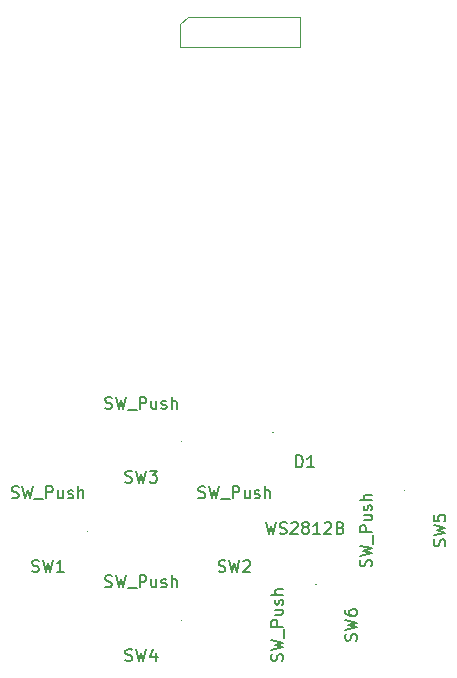
<source format=gbr>
G04 #@! TF.GenerationSoftware,KiCad,Pcbnew,9.0.6*
G04 #@! TF.CreationDate,2025-11-17T18:11:24+05:30*
G04 #@! TF.ProjectId,BloodHound_VENOM,426c6f6f-6448-46f7-956e-645f56454e4f,1*
G04 #@! TF.SameCoordinates,Original*
G04 #@! TF.FileFunction,AssemblyDrawing,Top*
%FSLAX46Y46*%
G04 Gerber Fmt 4.6, Leading zero omitted, Abs format (unit mm)*
G04 Created by KiCad (PCBNEW 9.0.6) date 2025-11-17 18:11:24*
%MOMM*%
%LPD*%
G01*
G04 APERTURE LIST*
%ADD10C,0.150000*%
%ADD11C,0.060000*%
%ADD12C,0.100000*%
G04 APERTURE END LIST*
D10*
X132942381Y-108417200D02*
X133085238Y-108464819D01*
X133085238Y-108464819D02*
X133323333Y-108464819D01*
X133323333Y-108464819D02*
X133418571Y-108417200D01*
X133418571Y-108417200D02*
X133466190Y-108369580D01*
X133466190Y-108369580D02*
X133513809Y-108274342D01*
X133513809Y-108274342D02*
X133513809Y-108179104D01*
X133513809Y-108179104D02*
X133466190Y-108083866D01*
X133466190Y-108083866D02*
X133418571Y-108036247D01*
X133418571Y-108036247D02*
X133323333Y-107988628D01*
X133323333Y-107988628D02*
X133132857Y-107941009D01*
X133132857Y-107941009D02*
X133037619Y-107893390D01*
X133037619Y-107893390D02*
X132990000Y-107845771D01*
X132990000Y-107845771D02*
X132942381Y-107750533D01*
X132942381Y-107750533D02*
X132942381Y-107655295D01*
X132942381Y-107655295D02*
X132990000Y-107560057D01*
X132990000Y-107560057D02*
X133037619Y-107512438D01*
X133037619Y-107512438D02*
X133132857Y-107464819D01*
X133132857Y-107464819D02*
X133370952Y-107464819D01*
X133370952Y-107464819D02*
X133513809Y-107512438D01*
X133847143Y-107464819D02*
X134085238Y-108464819D01*
X134085238Y-108464819D02*
X134275714Y-107750533D01*
X134275714Y-107750533D02*
X134466190Y-108464819D01*
X134466190Y-108464819D02*
X134704286Y-107464819D01*
X134847143Y-108560057D02*
X135609047Y-108560057D01*
X135847143Y-108464819D02*
X135847143Y-107464819D01*
X135847143Y-107464819D02*
X136228095Y-107464819D01*
X136228095Y-107464819D02*
X136323333Y-107512438D01*
X136323333Y-107512438D02*
X136370952Y-107560057D01*
X136370952Y-107560057D02*
X136418571Y-107655295D01*
X136418571Y-107655295D02*
X136418571Y-107798152D01*
X136418571Y-107798152D02*
X136370952Y-107893390D01*
X136370952Y-107893390D02*
X136323333Y-107941009D01*
X136323333Y-107941009D02*
X136228095Y-107988628D01*
X136228095Y-107988628D02*
X135847143Y-107988628D01*
X137275714Y-107798152D02*
X137275714Y-108464819D01*
X136847143Y-107798152D02*
X136847143Y-108321961D01*
X136847143Y-108321961D02*
X136894762Y-108417200D01*
X136894762Y-108417200D02*
X136990000Y-108464819D01*
X136990000Y-108464819D02*
X137132857Y-108464819D01*
X137132857Y-108464819D02*
X137228095Y-108417200D01*
X137228095Y-108417200D02*
X137275714Y-108369580D01*
X137704286Y-108417200D02*
X137799524Y-108464819D01*
X137799524Y-108464819D02*
X137990000Y-108464819D01*
X137990000Y-108464819D02*
X138085238Y-108417200D01*
X138085238Y-108417200D02*
X138132857Y-108321961D01*
X138132857Y-108321961D02*
X138132857Y-108274342D01*
X138132857Y-108274342D02*
X138085238Y-108179104D01*
X138085238Y-108179104D02*
X137990000Y-108131485D01*
X137990000Y-108131485D02*
X137847143Y-108131485D01*
X137847143Y-108131485D02*
X137751905Y-108083866D01*
X137751905Y-108083866D02*
X137704286Y-107988628D01*
X137704286Y-107988628D02*
X137704286Y-107941009D01*
X137704286Y-107941009D02*
X137751905Y-107845771D01*
X137751905Y-107845771D02*
X137847143Y-107798152D01*
X137847143Y-107798152D02*
X137990000Y-107798152D01*
X137990000Y-107798152D02*
X138085238Y-107845771D01*
X138561429Y-108464819D02*
X138561429Y-107464819D01*
X138990000Y-108464819D02*
X138990000Y-107941009D01*
X138990000Y-107941009D02*
X138942381Y-107845771D01*
X138942381Y-107845771D02*
X138847143Y-107798152D01*
X138847143Y-107798152D02*
X138704286Y-107798152D01*
X138704286Y-107798152D02*
X138609048Y-107845771D01*
X138609048Y-107845771D02*
X138561429Y-107893390D01*
X134656667Y-114667200D02*
X134799524Y-114714819D01*
X134799524Y-114714819D02*
X135037619Y-114714819D01*
X135037619Y-114714819D02*
X135132857Y-114667200D01*
X135132857Y-114667200D02*
X135180476Y-114619580D01*
X135180476Y-114619580D02*
X135228095Y-114524342D01*
X135228095Y-114524342D02*
X135228095Y-114429104D01*
X135228095Y-114429104D02*
X135180476Y-114333866D01*
X135180476Y-114333866D02*
X135132857Y-114286247D01*
X135132857Y-114286247D02*
X135037619Y-114238628D01*
X135037619Y-114238628D02*
X134847143Y-114191009D01*
X134847143Y-114191009D02*
X134751905Y-114143390D01*
X134751905Y-114143390D02*
X134704286Y-114095771D01*
X134704286Y-114095771D02*
X134656667Y-114000533D01*
X134656667Y-114000533D02*
X134656667Y-113905295D01*
X134656667Y-113905295D02*
X134704286Y-113810057D01*
X134704286Y-113810057D02*
X134751905Y-113762438D01*
X134751905Y-113762438D02*
X134847143Y-113714819D01*
X134847143Y-113714819D02*
X135085238Y-113714819D01*
X135085238Y-113714819D02*
X135228095Y-113762438D01*
X135561429Y-113714819D02*
X135799524Y-114714819D01*
X135799524Y-114714819D02*
X135990000Y-114000533D01*
X135990000Y-114000533D02*
X136180476Y-114714819D01*
X136180476Y-114714819D02*
X136418572Y-113714819D01*
X137323333Y-114714819D02*
X136751905Y-114714819D01*
X137037619Y-114714819D02*
X137037619Y-113714819D01*
X137037619Y-113714819D02*
X136942381Y-113857676D01*
X136942381Y-113857676D02*
X136847143Y-113952914D01*
X136847143Y-113952914D02*
X136751905Y-114000533D01*
X155857200Y-122247618D02*
X155904819Y-122104761D01*
X155904819Y-122104761D02*
X155904819Y-121866666D01*
X155904819Y-121866666D02*
X155857200Y-121771428D01*
X155857200Y-121771428D02*
X155809580Y-121723809D01*
X155809580Y-121723809D02*
X155714342Y-121676190D01*
X155714342Y-121676190D02*
X155619104Y-121676190D01*
X155619104Y-121676190D02*
X155523866Y-121723809D01*
X155523866Y-121723809D02*
X155476247Y-121771428D01*
X155476247Y-121771428D02*
X155428628Y-121866666D01*
X155428628Y-121866666D02*
X155381009Y-122057142D01*
X155381009Y-122057142D02*
X155333390Y-122152380D01*
X155333390Y-122152380D02*
X155285771Y-122199999D01*
X155285771Y-122199999D02*
X155190533Y-122247618D01*
X155190533Y-122247618D02*
X155095295Y-122247618D01*
X155095295Y-122247618D02*
X155000057Y-122199999D01*
X155000057Y-122199999D02*
X154952438Y-122152380D01*
X154952438Y-122152380D02*
X154904819Y-122057142D01*
X154904819Y-122057142D02*
X154904819Y-121819047D01*
X154904819Y-121819047D02*
X154952438Y-121676190D01*
X154904819Y-121342856D02*
X155904819Y-121104761D01*
X155904819Y-121104761D02*
X155190533Y-120914285D01*
X155190533Y-120914285D02*
X155904819Y-120723809D01*
X155904819Y-120723809D02*
X154904819Y-120485714D01*
X156000057Y-120342857D02*
X156000057Y-119580952D01*
X155904819Y-119342856D02*
X154904819Y-119342856D01*
X154904819Y-119342856D02*
X154904819Y-118961904D01*
X154904819Y-118961904D02*
X154952438Y-118866666D01*
X154952438Y-118866666D02*
X155000057Y-118819047D01*
X155000057Y-118819047D02*
X155095295Y-118771428D01*
X155095295Y-118771428D02*
X155238152Y-118771428D01*
X155238152Y-118771428D02*
X155333390Y-118819047D01*
X155333390Y-118819047D02*
X155381009Y-118866666D01*
X155381009Y-118866666D02*
X155428628Y-118961904D01*
X155428628Y-118961904D02*
X155428628Y-119342856D01*
X155238152Y-117914285D02*
X155904819Y-117914285D01*
X155238152Y-118342856D02*
X155761961Y-118342856D01*
X155761961Y-118342856D02*
X155857200Y-118295237D01*
X155857200Y-118295237D02*
X155904819Y-118199999D01*
X155904819Y-118199999D02*
X155904819Y-118057142D01*
X155904819Y-118057142D02*
X155857200Y-117961904D01*
X155857200Y-117961904D02*
X155809580Y-117914285D01*
X155857200Y-117485713D02*
X155904819Y-117390475D01*
X155904819Y-117390475D02*
X155904819Y-117199999D01*
X155904819Y-117199999D02*
X155857200Y-117104761D01*
X155857200Y-117104761D02*
X155761961Y-117057142D01*
X155761961Y-117057142D02*
X155714342Y-117057142D01*
X155714342Y-117057142D02*
X155619104Y-117104761D01*
X155619104Y-117104761D02*
X155571485Y-117199999D01*
X155571485Y-117199999D02*
X155571485Y-117342856D01*
X155571485Y-117342856D02*
X155523866Y-117438094D01*
X155523866Y-117438094D02*
X155428628Y-117485713D01*
X155428628Y-117485713D02*
X155381009Y-117485713D01*
X155381009Y-117485713D02*
X155285771Y-117438094D01*
X155285771Y-117438094D02*
X155238152Y-117342856D01*
X155238152Y-117342856D02*
X155238152Y-117199999D01*
X155238152Y-117199999D02*
X155285771Y-117104761D01*
X155904819Y-116628570D02*
X154904819Y-116628570D01*
X155904819Y-116199999D02*
X155381009Y-116199999D01*
X155381009Y-116199999D02*
X155285771Y-116247618D01*
X155285771Y-116247618D02*
X155238152Y-116342856D01*
X155238152Y-116342856D02*
X155238152Y-116485713D01*
X155238152Y-116485713D02*
X155285771Y-116580951D01*
X155285771Y-116580951D02*
X155333390Y-116628570D01*
X162107200Y-120533332D02*
X162154819Y-120390475D01*
X162154819Y-120390475D02*
X162154819Y-120152380D01*
X162154819Y-120152380D02*
X162107200Y-120057142D01*
X162107200Y-120057142D02*
X162059580Y-120009523D01*
X162059580Y-120009523D02*
X161964342Y-119961904D01*
X161964342Y-119961904D02*
X161869104Y-119961904D01*
X161869104Y-119961904D02*
X161773866Y-120009523D01*
X161773866Y-120009523D02*
X161726247Y-120057142D01*
X161726247Y-120057142D02*
X161678628Y-120152380D01*
X161678628Y-120152380D02*
X161631009Y-120342856D01*
X161631009Y-120342856D02*
X161583390Y-120438094D01*
X161583390Y-120438094D02*
X161535771Y-120485713D01*
X161535771Y-120485713D02*
X161440533Y-120533332D01*
X161440533Y-120533332D02*
X161345295Y-120533332D01*
X161345295Y-120533332D02*
X161250057Y-120485713D01*
X161250057Y-120485713D02*
X161202438Y-120438094D01*
X161202438Y-120438094D02*
X161154819Y-120342856D01*
X161154819Y-120342856D02*
X161154819Y-120104761D01*
X161154819Y-120104761D02*
X161202438Y-119961904D01*
X161154819Y-119628570D02*
X162154819Y-119390475D01*
X162154819Y-119390475D02*
X161440533Y-119199999D01*
X161440533Y-119199999D02*
X162154819Y-119009523D01*
X162154819Y-119009523D02*
X161154819Y-118771428D01*
X161154819Y-117961904D02*
X161154819Y-118152380D01*
X161154819Y-118152380D02*
X161202438Y-118247618D01*
X161202438Y-118247618D02*
X161250057Y-118295237D01*
X161250057Y-118295237D02*
X161392914Y-118390475D01*
X161392914Y-118390475D02*
X161583390Y-118438094D01*
X161583390Y-118438094D02*
X161964342Y-118438094D01*
X161964342Y-118438094D02*
X162059580Y-118390475D01*
X162059580Y-118390475D02*
X162107200Y-118342856D01*
X162107200Y-118342856D02*
X162154819Y-118247618D01*
X162154819Y-118247618D02*
X162154819Y-118057142D01*
X162154819Y-118057142D02*
X162107200Y-117961904D01*
X162107200Y-117961904D02*
X162059580Y-117914285D01*
X162059580Y-117914285D02*
X161964342Y-117866666D01*
X161964342Y-117866666D02*
X161726247Y-117866666D01*
X161726247Y-117866666D02*
X161631009Y-117914285D01*
X161631009Y-117914285D02*
X161583390Y-117961904D01*
X161583390Y-117961904D02*
X161535771Y-118057142D01*
X161535771Y-118057142D02*
X161535771Y-118247618D01*
X161535771Y-118247618D02*
X161583390Y-118342856D01*
X161583390Y-118342856D02*
X161631009Y-118390475D01*
X161631009Y-118390475D02*
X161726247Y-118438094D01*
X163357200Y-114247618D02*
X163404819Y-114104761D01*
X163404819Y-114104761D02*
X163404819Y-113866666D01*
X163404819Y-113866666D02*
X163357200Y-113771428D01*
X163357200Y-113771428D02*
X163309580Y-113723809D01*
X163309580Y-113723809D02*
X163214342Y-113676190D01*
X163214342Y-113676190D02*
X163119104Y-113676190D01*
X163119104Y-113676190D02*
X163023866Y-113723809D01*
X163023866Y-113723809D02*
X162976247Y-113771428D01*
X162976247Y-113771428D02*
X162928628Y-113866666D01*
X162928628Y-113866666D02*
X162881009Y-114057142D01*
X162881009Y-114057142D02*
X162833390Y-114152380D01*
X162833390Y-114152380D02*
X162785771Y-114199999D01*
X162785771Y-114199999D02*
X162690533Y-114247618D01*
X162690533Y-114247618D02*
X162595295Y-114247618D01*
X162595295Y-114247618D02*
X162500057Y-114199999D01*
X162500057Y-114199999D02*
X162452438Y-114152380D01*
X162452438Y-114152380D02*
X162404819Y-114057142D01*
X162404819Y-114057142D02*
X162404819Y-113819047D01*
X162404819Y-113819047D02*
X162452438Y-113676190D01*
X162404819Y-113342856D02*
X163404819Y-113104761D01*
X163404819Y-113104761D02*
X162690533Y-112914285D01*
X162690533Y-112914285D02*
X163404819Y-112723809D01*
X163404819Y-112723809D02*
X162404819Y-112485714D01*
X163500057Y-112342857D02*
X163500057Y-111580952D01*
X163404819Y-111342856D02*
X162404819Y-111342856D01*
X162404819Y-111342856D02*
X162404819Y-110961904D01*
X162404819Y-110961904D02*
X162452438Y-110866666D01*
X162452438Y-110866666D02*
X162500057Y-110819047D01*
X162500057Y-110819047D02*
X162595295Y-110771428D01*
X162595295Y-110771428D02*
X162738152Y-110771428D01*
X162738152Y-110771428D02*
X162833390Y-110819047D01*
X162833390Y-110819047D02*
X162881009Y-110866666D01*
X162881009Y-110866666D02*
X162928628Y-110961904D01*
X162928628Y-110961904D02*
X162928628Y-111342856D01*
X162738152Y-109914285D02*
X163404819Y-109914285D01*
X162738152Y-110342856D02*
X163261961Y-110342856D01*
X163261961Y-110342856D02*
X163357200Y-110295237D01*
X163357200Y-110295237D02*
X163404819Y-110199999D01*
X163404819Y-110199999D02*
X163404819Y-110057142D01*
X163404819Y-110057142D02*
X163357200Y-109961904D01*
X163357200Y-109961904D02*
X163309580Y-109914285D01*
X163357200Y-109485713D02*
X163404819Y-109390475D01*
X163404819Y-109390475D02*
X163404819Y-109199999D01*
X163404819Y-109199999D02*
X163357200Y-109104761D01*
X163357200Y-109104761D02*
X163261961Y-109057142D01*
X163261961Y-109057142D02*
X163214342Y-109057142D01*
X163214342Y-109057142D02*
X163119104Y-109104761D01*
X163119104Y-109104761D02*
X163071485Y-109199999D01*
X163071485Y-109199999D02*
X163071485Y-109342856D01*
X163071485Y-109342856D02*
X163023866Y-109438094D01*
X163023866Y-109438094D02*
X162928628Y-109485713D01*
X162928628Y-109485713D02*
X162881009Y-109485713D01*
X162881009Y-109485713D02*
X162785771Y-109438094D01*
X162785771Y-109438094D02*
X162738152Y-109342856D01*
X162738152Y-109342856D02*
X162738152Y-109199999D01*
X162738152Y-109199999D02*
X162785771Y-109104761D01*
X163404819Y-108628570D02*
X162404819Y-108628570D01*
X163404819Y-108199999D02*
X162881009Y-108199999D01*
X162881009Y-108199999D02*
X162785771Y-108247618D01*
X162785771Y-108247618D02*
X162738152Y-108342856D01*
X162738152Y-108342856D02*
X162738152Y-108485713D01*
X162738152Y-108485713D02*
X162785771Y-108580951D01*
X162785771Y-108580951D02*
X162833390Y-108628570D01*
X169607200Y-112533332D02*
X169654819Y-112390475D01*
X169654819Y-112390475D02*
X169654819Y-112152380D01*
X169654819Y-112152380D02*
X169607200Y-112057142D01*
X169607200Y-112057142D02*
X169559580Y-112009523D01*
X169559580Y-112009523D02*
X169464342Y-111961904D01*
X169464342Y-111961904D02*
X169369104Y-111961904D01*
X169369104Y-111961904D02*
X169273866Y-112009523D01*
X169273866Y-112009523D02*
X169226247Y-112057142D01*
X169226247Y-112057142D02*
X169178628Y-112152380D01*
X169178628Y-112152380D02*
X169131009Y-112342856D01*
X169131009Y-112342856D02*
X169083390Y-112438094D01*
X169083390Y-112438094D02*
X169035771Y-112485713D01*
X169035771Y-112485713D02*
X168940533Y-112533332D01*
X168940533Y-112533332D02*
X168845295Y-112533332D01*
X168845295Y-112533332D02*
X168750057Y-112485713D01*
X168750057Y-112485713D02*
X168702438Y-112438094D01*
X168702438Y-112438094D02*
X168654819Y-112342856D01*
X168654819Y-112342856D02*
X168654819Y-112104761D01*
X168654819Y-112104761D02*
X168702438Y-111961904D01*
X168654819Y-111628570D02*
X169654819Y-111390475D01*
X169654819Y-111390475D02*
X168940533Y-111199999D01*
X168940533Y-111199999D02*
X169654819Y-111009523D01*
X169654819Y-111009523D02*
X168654819Y-110771428D01*
X168654819Y-109914285D02*
X168654819Y-110390475D01*
X168654819Y-110390475D02*
X169131009Y-110438094D01*
X169131009Y-110438094D02*
X169083390Y-110390475D01*
X169083390Y-110390475D02*
X169035771Y-110295237D01*
X169035771Y-110295237D02*
X169035771Y-110057142D01*
X169035771Y-110057142D02*
X169083390Y-109961904D01*
X169083390Y-109961904D02*
X169131009Y-109914285D01*
X169131009Y-109914285D02*
X169226247Y-109866666D01*
X169226247Y-109866666D02*
X169464342Y-109866666D01*
X169464342Y-109866666D02*
X169559580Y-109914285D01*
X169559580Y-109914285D02*
X169607200Y-109961904D01*
X169607200Y-109961904D02*
X169654819Y-110057142D01*
X169654819Y-110057142D02*
X169654819Y-110295237D01*
X169654819Y-110295237D02*
X169607200Y-110390475D01*
X169607200Y-110390475D02*
X169559580Y-110438094D01*
X140852381Y-115957200D02*
X140995238Y-116004819D01*
X140995238Y-116004819D02*
X141233333Y-116004819D01*
X141233333Y-116004819D02*
X141328571Y-115957200D01*
X141328571Y-115957200D02*
X141376190Y-115909580D01*
X141376190Y-115909580D02*
X141423809Y-115814342D01*
X141423809Y-115814342D02*
X141423809Y-115719104D01*
X141423809Y-115719104D02*
X141376190Y-115623866D01*
X141376190Y-115623866D02*
X141328571Y-115576247D01*
X141328571Y-115576247D02*
X141233333Y-115528628D01*
X141233333Y-115528628D02*
X141042857Y-115481009D01*
X141042857Y-115481009D02*
X140947619Y-115433390D01*
X140947619Y-115433390D02*
X140900000Y-115385771D01*
X140900000Y-115385771D02*
X140852381Y-115290533D01*
X140852381Y-115290533D02*
X140852381Y-115195295D01*
X140852381Y-115195295D02*
X140900000Y-115100057D01*
X140900000Y-115100057D02*
X140947619Y-115052438D01*
X140947619Y-115052438D02*
X141042857Y-115004819D01*
X141042857Y-115004819D02*
X141280952Y-115004819D01*
X141280952Y-115004819D02*
X141423809Y-115052438D01*
X141757143Y-115004819D02*
X141995238Y-116004819D01*
X141995238Y-116004819D02*
X142185714Y-115290533D01*
X142185714Y-115290533D02*
X142376190Y-116004819D01*
X142376190Y-116004819D02*
X142614286Y-115004819D01*
X142757143Y-116100057D02*
X143519047Y-116100057D01*
X143757143Y-116004819D02*
X143757143Y-115004819D01*
X143757143Y-115004819D02*
X144138095Y-115004819D01*
X144138095Y-115004819D02*
X144233333Y-115052438D01*
X144233333Y-115052438D02*
X144280952Y-115100057D01*
X144280952Y-115100057D02*
X144328571Y-115195295D01*
X144328571Y-115195295D02*
X144328571Y-115338152D01*
X144328571Y-115338152D02*
X144280952Y-115433390D01*
X144280952Y-115433390D02*
X144233333Y-115481009D01*
X144233333Y-115481009D02*
X144138095Y-115528628D01*
X144138095Y-115528628D02*
X143757143Y-115528628D01*
X145185714Y-115338152D02*
X145185714Y-116004819D01*
X144757143Y-115338152D02*
X144757143Y-115861961D01*
X144757143Y-115861961D02*
X144804762Y-115957200D01*
X144804762Y-115957200D02*
X144900000Y-116004819D01*
X144900000Y-116004819D02*
X145042857Y-116004819D01*
X145042857Y-116004819D02*
X145138095Y-115957200D01*
X145138095Y-115957200D02*
X145185714Y-115909580D01*
X145614286Y-115957200D02*
X145709524Y-116004819D01*
X145709524Y-116004819D02*
X145900000Y-116004819D01*
X145900000Y-116004819D02*
X145995238Y-115957200D01*
X145995238Y-115957200D02*
X146042857Y-115861961D01*
X146042857Y-115861961D02*
X146042857Y-115814342D01*
X146042857Y-115814342D02*
X145995238Y-115719104D01*
X145995238Y-115719104D02*
X145900000Y-115671485D01*
X145900000Y-115671485D02*
X145757143Y-115671485D01*
X145757143Y-115671485D02*
X145661905Y-115623866D01*
X145661905Y-115623866D02*
X145614286Y-115528628D01*
X145614286Y-115528628D02*
X145614286Y-115481009D01*
X145614286Y-115481009D02*
X145661905Y-115385771D01*
X145661905Y-115385771D02*
X145757143Y-115338152D01*
X145757143Y-115338152D02*
X145900000Y-115338152D01*
X145900000Y-115338152D02*
X145995238Y-115385771D01*
X146471429Y-116004819D02*
X146471429Y-115004819D01*
X146900000Y-116004819D02*
X146900000Y-115481009D01*
X146900000Y-115481009D02*
X146852381Y-115385771D01*
X146852381Y-115385771D02*
X146757143Y-115338152D01*
X146757143Y-115338152D02*
X146614286Y-115338152D01*
X146614286Y-115338152D02*
X146519048Y-115385771D01*
X146519048Y-115385771D02*
X146471429Y-115433390D01*
X142566667Y-122207200D02*
X142709524Y-122254819D01*
X142709524Y-122254819D02*
X142947619Y-122254819D01*
X142947619Y-122254819D02*
X143042857Y-122207200D01*
X143042857Y-122207200D02*
X143090476Y-122159580D01*
X143090476Y-122159580D02*
X143138095Y-122064342D01*
X143138095Y-122064342D02*
X143138095Y-121969104D01*
X143138095Y-121969104D02*
X143090476Y-121873866D01*
X143090476Y-121873866D02*
X143042857Y-121826247D01*
X143042857Y-121826247D02*
X142947619Y-121778628D01*
X142947619Y-121778628D02*
X142757143Y-121731009D01*
X142757143Y-121731009D02*
X142661905Y-121683390D01*
X142661905Y-121683390D02*
X142614286Y-121635771D01*
X142614286Y-121635771D02*
X142566667Y-121540533D01*
X142566667Y-121540533D02*
X142566667Y-121445295D01*
X142566667Y-121445295D02*
X142614286Y-121350057D01*
X142614286Y-121350057D02*
X142661905Y-121302438D01*
X142661905Y-121302438D02*
X142757143Y-121254819D01*
X142757143Y-121254819D02*
X142995238Y-121254819D01*
X142995238Y-121254819D02*
X143138095Y-121302438D01*
X143471429Y-121254819D02*
X143709524Y-122254819D01*
X143709524Y-122254819D02*
X143900000Y-121540533D01*
X143900000Y-121540533D02*
X144090476Y-122254819D01*
X144090476Y-122254819D02*
X144328572Y-121254819D01*
X145138095Y-121588152D02*
X145138095Y-122254819D01*
X144900000Y-121207200D02*
X144661905Y-121921485D01*
X144661905Y-121921485D02*
X145280952Y-121921485D01*
X140852381Y-100857200D02*
X140995238Y-100904819D01*
X140995238Y-100904819D02*
X141233333Y-100904819D01*
X141233333Y-100904819D02*
X141328571Y-100857200D01*
X141328571Y-100857200D02*
X141376190Y-100809580D01*
X141376190Y-100809580D02*
X141423809Y-100714342D01*
X141423809Y-100714342D02*
X141423809Y-100619104D01*
X141423809Y-100619104D02*
X141376190Y-100523866D01*
X141376190Y-100523866D02*
X141328571Y-100476247D01*
X141328571Y-100476247D02*
X141233333Y-100428628D01*
X141233333Y-100428628D02*
X141042857Y-100381009D01*
X141042857Y-100381009D02*
X140947619Y-100333390D01*
X140947619Y-100333390D02*
X140900000Y-100285771D01*
X140900000Y-100285771D02*
X140852381Y-100190533D01*
X140852381Y-100190533D02*
X140852381Y-100095295D01*
X140852381Y-100095295D02*
X140900000Y-100000057D01*
X140900000Y-100000057D02*
X140947619Y-99952438D01*
X140947619Y-99952438D02*
X141042857Y-99904819D01*
X141042857Y-99904819D02*
X141280952Y-99904819D01*
X141280952Y-99904819D02*
X141423809Y-99952438D01*
X141757143Y-99904819D02*
X141995238Y-100904819D01*
X141995238Y-100904819D02*
X142185714Y-100190533D01*
X142185714Y-100190533D02*
X142376190Y-100904819D01*
X142376190Y-100904819D02*
X142614286Y-99904819D01*
X142757143Y-101000057D02*
X143519047Y-101000057D01*
X143757143Y-100904819D02*
X143757143Y-99904819D01*
X143757143Y-99904819D02*
X144138095Y-99904819D01*
X144138095Y-99904819D02*
X144233333Y-99952438D01*
X144233333Y-99952438D02*
X144280952Y-100000057D01*
X144280952Y-100000057D02*
X144328571Y-100095295D01*
X144328571Y-100095295D02*
X144328571Y-100238152D01*
X144328571Y-100238152D02*
X144280952Y-100333390D01*
X144280952Y-100333390D02*
X144233333Y-100381009D01*
X144233333Y-100381009D02*
X144138095Y-100428628D01*
X144138095Y-100428628D02*
X143757143Y-100428628D01*
X145185714Y-100238152D02*
X145185714Y-100904819D01*
X144757143Y-100238152D02*
X144757143Y-100761961D01*
X144757143Y-100761961D02*
X144804762Y-100857200D01*
X144804762Y-100857200D02*
X144900000Y-100904819D01*
X144900000Y-100904819D02*
X145042857Y-100904819D01*
X145042857Y-100904819D02*
X145138095Y-100857200D01*
X145138095Y-100857200D02*
X145185714Y-100809580D01*
X145614286Y-100857200D02*
X145709524Y-100904819D01*
X145709524Y-100904819D02*
X145900000Y-100904819D01*
X145900000Y-100904819D02*
X145995238Y-100857200D01*
X145995238Y-100857200D02*
X146042857Y-100761961D01*
X146042857Y-100761961D02*
X146042857Y-100714342D01*
X146042857Y-100714342D02*
X145995238Y-100619104D01*
X145995238Y-100619104D02*
X145900000Y-100571485D01*
X145900000Y-100571485D02*
X145757143Y-100571485D01*
X145757143Y-100571485D02*
X145661905Y-100523866D01*
X145661905Y-100523866D02*
X145614286Y-100428628D01*
X145614286Y-100428628D02*
X145614286Y-100381009D01*
X145614286Y-100381009D02*
X145661905Y-100285771D01*
X145661905Y-100285771D02*
X145757143Y-100238152D01*
X145757143Y-100238152D02*
X145900000Y-100238152D01*
X145900000Y-100238152D02*
X145995238Y-100285771D01*
X146471429Y-100904819D02*
X146471429Y-99904819D01*
X146900000Y-100904819D02*
X146900000Y-100381009D01*
X146900000Y-100381009D02*
X146852381Y-100285771D01*
X146852381Y-100285771D02*
X146757143Y-100238152D01*
X146757143Y-100238152D02*
X146614286Y-100238152D01*
X146614286Y-100238152D02*
X146519048Y-100285771D01*
X146519048Y-100285771D02*
X146471429Y-100333390D01*
X142566667Y-107107200D02*
X142709524Y-107154819D01*
X142709524Y-107154819D02*
X142947619Y-107154819D01*
X142947619Y-107154819D02*
X143042857Y-107107200D01*
X143042857Y-107107200D02*
X143090476Y-107059580D01*
X143090476Y-107059580D02*
X143138095Y-106964342D01*
X143138095Y-106964342D02*
X143138095Y-106869104D01*
X143138095Y-106869104D02*
X143090476Y-106773866D01*
X143090476Y-106773866D02*
X143042857Y-106726247D01*
X143042857Y-106726247D02*
X142947619Y-106678628D01*
X142947619Y-106678628D02*
X142757143Y-106631009D01*
X142757143Y-106631009D02*
X142661905Y-106583390D01*
X142661905Y-106583390D02*
X142614286Y-106535771D01*
X142614286Y-106535771D02*
X142566667Y-106440533D01*
X142566667Y-106440533D02*
X142566667Y-106345295D01*
X142566667Y-106345295D02*
X142614286Y-106250057D01*
X142614286Y-106250057D02*
X142661905Y-106202438D01*
X142661905Y-106202438D02*
X142757143Y-106154819D01*
X142757143Y-106154819D02*
X142995238Y-106154819D01*
X142995238Y-106154819D02*
X143138095Y-106202438D01*
X143471429Y-106154819D02*
X143709524Y-107154819D01*
X143709524Y-107154819D02*
X143900000Y-106440533D01*
X143900000Y-106440533D02*
X144090476Y-107154819D01*
X144090476Y-107154819D02*
X144328572Y-106154819D01*
X144614286Y-106154819D02*
X145233333Y-106154819D01*
X145233333Y-106154819D02*
X144900000Y-106535771D01*
X144900000Y-106535771D02*
X145042857Y-106535771D01*
X145042857Y-106535771D02*
X145138095Y-106583390D01*
X145138095Y-106583390D02*
X145185714Y-106631009D01*
X145185714Y-106631009D02*
X145233333Y-106726247D01*
X145233333Y-106726247D02*
X145233333Y-106964342D01*
X145233333Y-106964342D02*
X145185714Y-107059580D01*
X145185714Y-107059580D02*
X145138095Y-107107200D01*
X145138095Y-107107200D02*
X145042857Y-107154819D01*
X145042857Y-107154819D02*
X144757143Y-107154819D01*
X144757143Y-107154819D02*
X144661905Y-107107200D01*
X144661905Y-107107200D02*
X144614286Y-107059580D01*
X148742381Y-108417200D02*
X148885238Y-108464819D01*
X148885238Y-108464819D02*
X149123333Y-108464819D01*
X149123333Y-108464819D02*
X149218571Y-108417200D01*
X149218571Y-108417200D02*
X149266190Y-108369580D01*
X149266190Y-108369580D02*
X149313809Y-108274342D01*
X149313809Y-108274342D02*
X149313809Y-108179104D01*
X149313809Y-108179104D02*
X149266190Y-108083866D01*
X149266190Y-108083866D02*
X149218571Y-108036247D01*
X149218571Y-108036247D02*
X149123333Y-107988628D01*
X149123333Y-107988628D02*
X148932857Y-107941009D01*
X148932857Y-107941009D02*
X148837619Y-107893390D01*
X148837619Y-107893390D02*
X148790000Y-107845771D01*
X148790000Y-107845771D02*
X148742381Y-107750533D01*
X148742381Y-107750533D02*
X148742381Y-107655295D01*
X148742381Y-107655295D02*
X148790000Y-107560057D01*
X148790000Y-107560057D02*
X148837619Y-107512438D01*
X148837619Y-107512438D02*
X148932857Y-107464819D01*
X148932857Y-107464819D02*
X149170952Y-107464819D01*
X149170952Y-107464819D02*
X149313809Y-107512438D01*
X149647143Y-107464819D02*
X149885238Y-108464819D01*
X149885238Y-108464819D02*
X150075714Y-107750533D01*
X150075714Y-107750533D02*
X150266190Y-108464819D01*
X150266190Y-108464819D02*
X150504286Y-107464819D01*
X150647143Y-108560057D02*
X151409047Y-108560057D01*
X151647143Y-108464819D02*
X151647143Y-107464819D01*
X151647143Y-107464819D02*
X152028095Y-107464819D01*
X152028095Y-107464819D02*
X152123333Y-107512438D01*
X152123333Y-107512438D02*
X152170952Y-107560057D01*
X152170952Y-107560057D02*
X152218571Y-107655295D01*
X152218571Y-107655295D02*
X152218571Y-107798152D01*
X152218571Y-107798152D02*
X152170952Y-107893390D01*
X152170952Y-107893390D02*
X152123333Y-107941009D01*
X152123333Y-107941009D02*
X152028095Y-107988628D01*
X152028095Y-107988628D02*
X151647143Y-107988628D01*
X153075714Y-107798152D02*
X153075714Y-108464819D01*
X152647143Y-107798152D02*
X152647143Y-108321961D01*
X152647143Y-108321961D02*
X152694762Y-108417200D01*
X152694762Y-108417200D02*
X152790000Y-108464819D01*
X152790000Y-108464819D02*
X152932857Y-108464819D01*
X152932857Y-108464819D02*
X153028095Y-108417200D01*
X153028095Y-108417200D02*
X153075714Y-108369580D01*
X153504286Y-108417200D02*
X153599524Y-108464819D01*
X153599524Y-108464819D02*
X153790000Y-108464819D01*
X153790000Y-108464819D02*
X153885238Y-108417200D01*
X153885238Y-108417200D02*
X153932857Y-108321961D01*
X153932857Y-108321961D02*
X153932857Y-108274342D01*
X153932857Y-108274342D02*
X153885238Y-108179104D01*
X153885238Y-108179104D02*
X153790000Y-108131485D01*
X153790000Y-108131485D02*
X153647143Y-108131485D01*
X153647143Y-108131485D02*
X153551905Y-108083866D01*
X153551905Y-108083866D02*
X153504286Y-107988628D01*
X153504286Y-107988628D02*
X153504286Y-107941009D01*
X153504286Y-107941009D02*
X153551905Y-107845771D01*
X153551905Y-107845771D02*
X153647143Y-107798152D01*
X153647143Y-107798152D02*
X153790000Y-107798152D01*
X153790000Y-107798152D02*
X153885238Y-107845771D01*
X154361429Y-108464819D02*
X154361429Y-107464819D01*
X154790000Y-108464819D02*
X154790000Y-107941009D01*
X154790000Y-107941009D02*
X154742381Y-107845771D01*
X154742381Y-107845771D02*
X154647143Y-107798152D01*
X154647143Y-107798152D02*
X154504286Y-107798152D01*
X154504286Y-107798152D02*
X154409048Y-107845771D01*
X154409048Y-107845771D02*
X154361429Y-107893390D01*
X150456667Y-114667200D02*
X150599524Y-114714819D01*
X150599524Y-114714819D02*
X150837619Y-114714819D01*
X150837619Y-114714819D02*
X150932857Y-114667200D01*
X150932857Y-114667200D02*
X150980476Y-114619580D01*
X150980476Y-114619580D02*
X151028095Y-114524342D01*
X151028095Y-114524342D02*
X151028095Y-114429104D01*
X151028095Y-114429104D02*
X150980476Y-114333866D01*
X150980476Y-114333866D02*
X150932857Y-114286247D01*
X150932857Y-114286247D02*
X150837619Y-114238628D01*
X150837619Y-114238628D02*
X150647143Y-114191009D01*
X150647143Y-114191009D02*
X150551905Y-114143390D01*
X150551905Y-114143390D02*
X150504286Y-114095771D01*
X150504286Y-114095771D02*
X150456667Y-114000533D01*
X150456667Y-114000533D02*
X150456667Y-113905295D01*
X150456667Y-113905295D02*
X150504286Y-113810057D01*
X150504286Y-113810057D02*
X150551905Y-113762438D01*
X150551905Y-113762438D02*
X150647143Y-113714819D01*
X150647143Y-113714819D02*
X150885238Y-113714819D01*
X150885238Y-113714819D02*
X151028095Y-113762438D01*
X151361429Y-113714819D02*
X151599524Y-114714819D01*
X151599524Y-114714819D02*
X151790000Y-114000533D01*
X151790000Y-114000533D02*
X151980476Y-114714819D01*
X151980476Y-114714819D02*
X152218572Y-113714819D01*
X152551905Y-113810057D02*
X152599524Y-113762438D01*
X152599524Y-113762438D02*
X152694762Y-113714819D01*
X152694762Y-113714819D02*
X152932857Y-113714819D01*
X152932857Y-113714819D02*
X153028095Y-113762438D01*
X153028095Y-113762438D02*
X153075714Y-113810057D01*
X153075714Y-113810057D02*
X153123333Y-113905295D01*
X153123333Y-113905295D02*
X153123333Y-114000533D01*
X153123333Y-114000533D02*
X153075714Y-114143390D01*
X153075714Y-114143390D02*
X152504286Y-114714819D01*
X152504286Y-114714819D02*
X153123333Y-114714819D01*
X154440476Y-110504819D02*
X154678571Y-111504819D01*
X154678571Y-111504819D02*
X154869047Y-110790533D01*
X154869047Y-110790533D02*
X155059523Y-111504819D01*
X155059523Y-111504819D02*
X155297619Y-110504819D01*
X155630952Y-111457200D02*
X155773809Y-111504819D01*
X155773809Y-111504819D02*
X156011904Y-111504819D01*
X156011904Y-111504819D02*
X156107142Y-111457200D01*
X156107142Y-111457200D02*
X156154761Y-111409580D01*
X156154761Y-111409580D02*
X156202380Y-111314342D01*
X156202380Y-111314342D02*
X156202380Y-111219104D01*
X156202380Y-111219104D02*
X156154761Y-111123866D01*
X156154761Y-111123866D02*
X156107142Y-111076247D01*
X156107142Y-111076247D02*
X156011904Y-111028628D01*
X156011904Y-111028628D02*
X155821428Y-110981009D01*
X155821428Y-110981009D02*
X155726190Y-110933390D01*
X155726190Y-110933390D02*
X155678571Y-110885771D01*
X155678571Y-110885771D02*
X155630952Y-110790533D01*
X155630952Y-110790533D02*
X155630952Y-110695295D01*
X155630952Y-110695295D02*
X155678571Y-110600057D01*
X155678571Y-110600057D02*
X155726190Y-110552438D01*
X155726190Y-110552438D02*
X155821428Y-110504819D01*
X155821428Y-110504819D02*
X156059523Y-110504819D01*
X156059523Y-110504819D02*
X156202380Y-110552438D01*
X156583333Y-110600057D02*
X156630952Y-110552438D01*
X156630952Y-110552438D02*
X156726190Y-110504819D01*
X156726190Y-110504819D02*
X156964285Y-110504819D01*
X156964285Y-110504819D02*
X157059523Y-110552438D01*
X157059523Y-110552438D02*
X157107142Y-110600057D01*
X157107142Y-110600057D02*
X157154761Y-110695295D01*
X157154761Y-110695295D02*
X157154761Y-110790533D01*
X157154761Y-110790533D02*
X157107142Y-110933390D01*
X157107142Y-110933390D02*
X156535714Y-111504819D01*
X156535714Y-111504819D02*
X157154761Y-111504819D01*
X157726190Y-110933390D02*
X157630952Y-110885771D01*
X157630952Y-110885771D02*
X157583333Y-110838152D01*
X157583333Y-110838152D02*
X157535714Y-110742914D01*
X157535714Y-110742914D02*
X157535714Y-110695295D01*
X157535714Y-110695295D02*
X157583333Y-110600057D01*
X157583333Y-110600057D02*
X157630952Y-110552438D01*
X157630952Y-110552438D02*
X157726190Y-110504819D01*
X157726190Y-110504819D02*
X157916666Y-110504819D01*
X157916666Y-110504819D02*
X158011904Y-110552438D01*
X158011904Y-110552438D02*
X158059523Y-110600057D01*
X158059523Y-110600057D02*
X158107142Y-110695295D01*
X158107142Y-110695295D02*
X158107142Y-110742914D01*
X158107142Y-110742914D02*
X158059523Y-110838152D01*
X158059523Y-110838152D02*
X158011904Y-110885771D01*
X158011904Y-110885771D02*
X157916666Y-110933390D01*
X157916666Y-110933390D02*
X157726190Y-110933390D01*
X157726190Y-110933390D02*
X157630952Y-110981009D01*
X157630952Y-110981009D02*
X157583333Y-111028628D01*
X157583333Y-111028628D02*
X157535714Y-111123866D01*
X157535714Y-111123866D02*
X157535714Y-111314342D01*
X157535714Y-111314342D02*
X157583333Y-111409580D01*
X157583333Y-111409580D02*
X157630952Y-111457200D01*
X157630952Y-111457200D02*
X157726190Y-111504819D01*
X157726190Y-111504819D02*
X157916666Y-111504819D01*
X157916666Y-111504819D02*
X158011904Y-111457200D01*
X158011904Y-111457200D02*
X158059523Y-111409580D01*
X158059523Y-111409580D02*
X158107142Y-111314342D01*
X158107142Y-111314342D02*
X158107142Y-111123866D01*
X158107142Y-111123866D02*
X158059523Y-111028628D01*
X158059523Y-111028628D02*
X158011904Y-110981009D01*
X158011904Y-110981009D02*
X157916666Y-110933390D01*
X159059523Y-111504819D02*
X158488095Y-111504819D01*
X158773809Y-111504819D02*
X158773809Y-110504819D01*
X158773809Y-110504819D02*
X158678571Y-110647676D01*
X158678571Y-110647676D02*
X158583333Y-110742914D01*
X158583333Y-110742914D02*
X158488095Y-110790533D01*
X159440476Y-110600057D02*
X159488095Y-110552438D01*
X159488095Y-110552438D02*
X159583333Y-110504819D01*
X159583333Y-110504819D02*
X159821428Y-110504819D01*
X159821428Y-110504819D02*
X159916666Y-110552438D01*
X159916666Y-110552438D02*
X159964285Y-110600057D01*
X159964285Y-110600057D02*
X160011904Y-110695295D01*
X160011904Y-110695295D02*
X160011904Y-110790533D01*
X160011904Y-110790533D02*
X159964285Y-110933390D01*
X159964285Y-110933390D02*
X159392857Y-111504819D01*
X159392857Y-111504819D02*
X160011904Y-111504819D01*
X160773809Y-110981009D02*
X160916666Y-111028628D01*
X160916666Y-111028628D02*
X160964285Y-111076247D01*
X160964285Y-111076247D02*
X161011904Y-111171485D01*
X161011904Y-111171485D02*
X161011904Y-111314342D01*
X161011904Y-111314342D02*
X160964285Y-111409580D01*
X160964285Y-111409580D02*
X160916666Y-111457200D01*
X160916666Y-111457200D02*
X160821428Y-111504819D01*
X160821428Y-111504819D02*
X160440476Y-111504819D01*
X160440476Y-111504819D02*
X160440476Y-110504819D01*
X160440476Y-110504819D02*
X160773809Y-110504819D01*
X160773809Y-110504819D02*
X160869047Y-110552438D01*
X160869047Y-110552438D02*
X160916666Y-110600057D01*
X160916666Y-110600057D02*
X160964285Y-110695295D01*
X160964285Y-110695295D02*
X160964285Y-110790533D01*
X160964285Y-110790533D02*
X160916666Y-110885771D01*
X160916666Y-110885771D02*
X160869047Y-110933390D01*
X160869047Y-110933390D02*
X160773809Y-110981009D01*
X160773809Y-110981009D02*
X160440476Y-110981009D01*
X157011905Y-105854819D02*
X157011905Y-104854819D01*
X157011905Y-104854819D02*
X157250000Y-104854819D01*
X157250000Y-104854819D02*
X157392857Y-104902438D01*
X157392857Y-104902438D02*
X157488095Y-104997676D01*
X157488095Y-104997676D02*
X157535714Y-105092914D01*
X157535714Y-105092914D02*
X157583333Y-105283390D01*
X157583333Y-105283390D02*
X157583333Y-105426247D01*
X157583333Y-105426247D02*
X157535714Y-105616723D01*
X157535714Y-105616723D02*
X157488095Y-105711961D01*
X157488095Y-105711961D02*
X157392857Y-105807200D01*
X157392857Y-105807200D02*
X157250000Y-105854819D01*
X157250000Y-105854819D02*
X157011905Y-105854819D01*
X158535714Y-105854819D02*
X157964286Y-105854819D01*
X158250000Y-105854819D02*
X158250000Y-104854819D01*
X158250000Y-104854819D02*
X158154762Y-104997676D01*
X158154762Y-104997676D02*
X158059524Y-105092914D01*
X158059524Y-105092914D02*
X157964286Y-105140533D01*
D11*
X139420000Y-111260000D02*
G75*
G02*
X139360000Y-111260000I-30000J0D01*
G01*
X139360000Y-111260000D02*
G75*
G02*
X139420000Y-111260000I30000J0D01*
G01*
X158730000Y-115800000D02*
G75*
G02*
X158670000Y-115800000I-30000J0D01*
G01*
X158670000Y-115800000D02*
G75*
G02*
X158730000Y-115800000I30000J0D01*
G01*
X166230000Y-107800000D02*
G75*
G02*
X166170000Y-107800000I-30000J0D01*
G01*
X166170000Y-107800000D02*
G75*
G02*
X166230000Y-107800000I30000J0D01*
G01*
X147330000Y-118800000D02*
G75*
G02*
X147270000Y-118800000I-30000J0D01*
G01*
X147270000Y-118800000D02*
G75*
G02*
X147330000Y-118800000I30000J0D01*
G01*
X147330000Y-103700000D02*
G75*
G02*
X147270000Y-103700000I-30000J0D01*
G01*
X147270000Y-103700000D02*
G75*
G02*
X147330000Y-103700000I30000J0D01*
G01*
X155220000Y-111260000D02*
G75*
G02*
X155160000Y-111260000I-30000J0D01*
G01*
X155160000Y-111260000D02*
G75*
G02*
X155220000Y-111260000I30000J0D01*
G01*
X155080000Y-102900000D02*
G75*
G02*
X155020000Y-102900000I-30000J0D01*
G01*
X155020000Y-102900000D02*
G75*
G02*
X155080000Y-102900000I30000J0D01*
G01*
D12*
X147210000Y-68365000D02*
X147845000Y-67730000D01*
X147210000Y-70270000D02*
X147210000Y-68365000D01*
X147845000Y-67730000D02*
X157370000Y-67730000D01*
X157370000Y-67730000D02*
X157370000Y-70270000D01*
X157370000Y-70270000D02*
X147210000Y-70270000D01*
M02*

</source>
